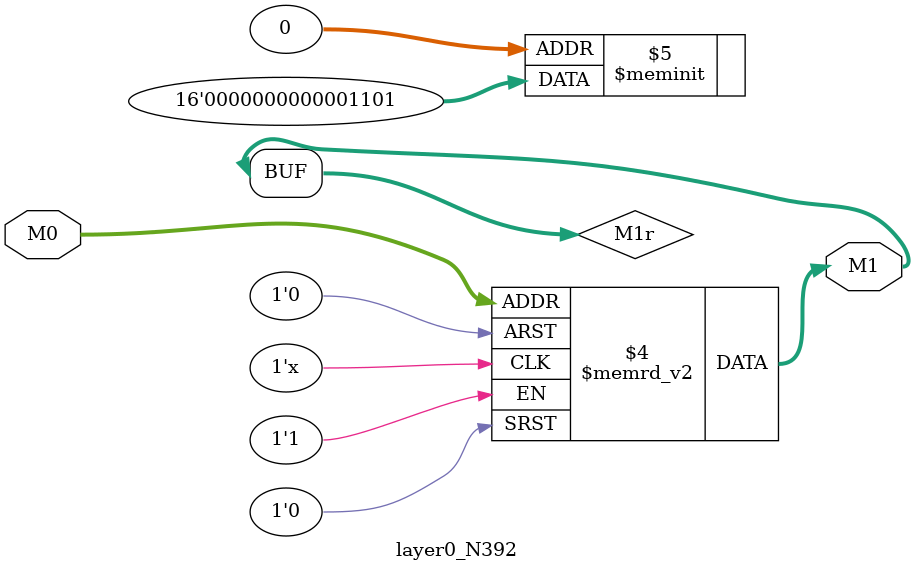
<source format=v>
module layer0_N392 ( input [2:0] M0, output [1:0] M1 );

	(*rom_style = "distributed" *) reg [1:0] M1r;
	assign M1 = M1r;
	always @ (M0) begin
		case (M0)
			3'b000: M1r = 2'b01;
			3'b100: M1r = 2'b00;
			3'b010: M1r = 2'b00;
			3'b110: M1r = 2'b00;
			3'b001: M1r = 2'b11;
			3'b101: M1r = 2'b00;
			3'b011: M1r = 2'b00;
			3'b111: M1r = 2'b00;

		endcase
	end
endmodule

</source>
